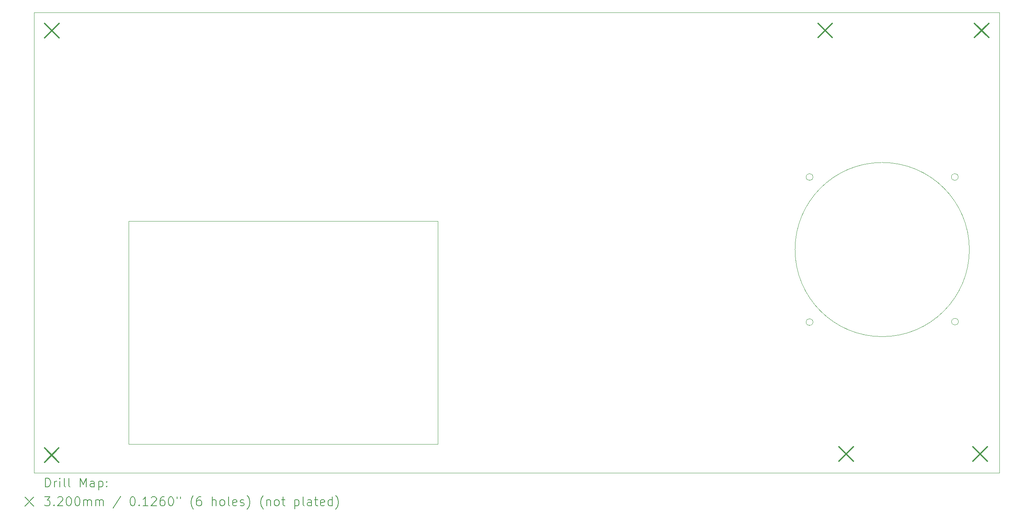
<source format=gbr>
%TF.GenerationSoftware,KiCad,Pcbnew,8.0.8*%
%TF.CreationDate,2025-03-17T17:06:12+00:00*%
%TF.ProjectId,memlnaut_0_1_joystick,6d656d6c-6e61-4757-945f-305f315f6a6f,rev?*%
%TF.SameCoordinates,Original*%
%TF.FileFunction,Drillmap*%
%TF.FilePolarity,Positive*%
%FSLAX45Y45*%
G04 Gerber Fmt 4.5, Leading zero omitted, Abs format (unit mm)*
G04 Created by KiCad (PCBNEW 8.0.8) date 2025-03-17 17:06:12*
%MOMM*%
%LPD*%
G01*
G04 APERTURE LIST*
%ADD10C,0.050000*%
%ADD11C,0.200000*%
%ADD12C,0.320000*%
G04 APERTURE END LIST*
D10*
X5600000Y-4140000D02*
X27203000Y-4140000D01*
X27203000Y-14451000D01*
X5600000Y-14451000D01*
X5600000Y-4140000D01*
X23031217Y-7822000D02*
G75*
G02*
X22878783Y-7822000I-76217J0D01*
G01*
X22878783Y-7822000D02*
G75*
G02*
X23031217Y-7822000I76217J0D01*
G01*
X23031217Y-11072000D02*
G75*
G02*
X22878783Y-11072000I-76217J0D01*
G01*
X22878783Y-11072000D02*
G75*
G02*
X23031217Y-11072000I76217J0D01*
G01*
X26530000Y-9447000D02*
G75*
G02*
X22630000Y-9447000I-1950000J0D01*
G01*
X22630000Y-9447000D02*
G75*
G02*
X26530000Y-9447000I1950000J0D01*
G01*
X26281217Y-7822000D02*
G75*
G02*
X26128783Y-7822000I-76217J0D01*
G01*
X26128783Y-7822000D02*
G75*
G02*
X26281217Y-7822000I76217J0D01*
G01*
X26285217Y-11061783D02*
G75*
G02*
X26132783Y-11061783I-76217J0D01*
G01*
X26132783Y-11061783D02*
G75*
G02*
X26285217Y-11061783I76217J0D01*
G01*
X7720500Y-8806000D02*
X14640500Y-8806000D01*
X14640500Y-13806000D01*
X7720500Y-13806000D01*
X7720500Y-8806000D01*
D11*
D12*
X5838000Y-13894000D02*
X6158000Y-14214000D01*
X6158000Y-13894000D02*
X5838000Y-14214000D01*
X5843000Y-4383000D02*
X6163000Y-4703000D01*
X6163000Y-4383000D02*
X5843000Y-4703000D01*
X23144000Y-4379000D02*
X23464000Y-4699000D01*
X23464000Y-4379000D02*
X23144000Y-4699000D01*
X23616000Y-13865000D02*
X23936000Y-14185000D01*
X23936000Y-13865000D02*
X23616000Y-14185000D01*
X26614000Y-13864000D02*
X26934000Y-14184000D01*
X26934000Y-13864000D02*
X26614000Y-14184000D01*
X26644000Y-4379000D02*
X26964000Y-4699000D01*
X26964000Y-4379000D02*
X26644000Y-4699000D01*
D11*
X5858277Y-14764984D02*
X5858277Y-14564984D01*
X5858277Y-14564984D02*
X5905896Y-14564984D01*
X5905896Y-14564984D02*
X5934467Y-14574508D01*
X5934467Y-14574508D02*
X5953515Y-14593555D01*
X5953515Y-14593555D02*
X5963039Y-14612603D01*
X5963039Y-14612603D02*
X5972562Y-14650698D01*
X5972562Y-14650698D02*
X5972562Y-14679269D01*
X5972562Y-14679269D02*
X5963039Y-14717365D01*
X5963039Y-14717365D02*
X5953515Y-14736412D01*
X5953515Y-14736412D02*
X5934467Y-14755460D01*
X5934467Y-14755460D02*
X5905896Y-14764984D01*
X5905896Y-14764984D02*
X5858277Y-14764984D01*
X6058277Y-14764984D02*
X6058277Y-14631650D01*
X6058277Y-14669746D02*
X6067801Y-14650698D01*
X6067801Y-14650698D02*
X6077324Y-14641174D01*
X6077324Y-14641174D02*
X6096372Y-14631650D01*
X6096372Y-14631650D02*
X6115420Y-14631650D01*
X6182086Y-14764984D02*
X6182086Y-14631650D01*
X6182086Y-14564984D02*
X6172562Y-14574508D01*
X6172562Y-14574508D02*
X6182086Y-14584031D01*
X6182086Y-14584031D02*
X6191610Y-14574508D01*
X6191610Y-14574508D02*
X6182086Y-14564984D01*
X6182086Y-14564984D02*
X6182086Y-14584031D01*
X6305896Y-14764984D02*
X6286848Y-14755460D01*
X6286848Y-14755460D02*
X6277324Y-14736412D01*
X6277324Y-14736412D02*
X6277324Y-14564984D01*
X6410658Y-14764984D02*
X6391610Y-14755460D01*
X6391610Y-14755460D02*
X6382086Y-14736412D01*
X6382086Y-14736412D02*
X6382086Y-14564984D01*
X6639229Y-14764984D02*
X6639229Y-14564984D01*
X6639229Y-14564984D02*
X6705896Y-14707841D01*
X6705896Y-14707841D02*
X6772562Y-14564984D01*
X6772562Y-14564984D02*
X6772562Y-14764984D01*
X6953515Y-14764984D02*
X6953515Y-14660222D01*
X6953515Y-14660222D02*
X6943991Y-14641174D01*
X6943991Y-14641174D02*
X6924943Y-14631650D01*
X6924943Y-14631650D02*
X6886848Y-14631650D01*
X6886848Y-14631650D02*
X6867801Y-14641174D01*
X6953515Y-14755460D02*
X6934467Y-14764984D01*
X6934467Y-14764984D02*
X6886848Y-14764984D01*
X6886848Y-14764984D02*
X6867801Y-14755460D01*
X6867801Y-14755460D02*
X6858277Y-14736412D01*
X6858277Y-14736412D02*
X6858277Y-14717365D01*
X6858277Y-14717365D02*
X6867801Y-14698317D01*
X6867801Y-14698317D02*
X6886848Y-14688793D01*
X6886848Y-14688793D02*
X6934467Y-14688793D01*
X6934467Y-14688793D02*
X6953515Y-14679269D01*
X7048753Y-14631650D02*
X7048753Y-14831650D01*
X7048753Y-14641174D02*
X7067801Y-14631650D01*
X7067801Y-14631650D02*
X7105896Y-14631650D01*
X7105896Y-14631650D02*
X7124943Y-14641174D01*
X7124943Y-14641174D02*
X7134467Y-14650698D01*
X7134467Y-14650698D02*
X7143991Y-14669746D01*
X7143991Y-14669746D02*
X7143991Y-14726888D01*
X7143991Y-14726888D02*
X7134467Y-14745936D01*
X7134467Y-14745936D02*
X7124943Y-14755460D01*
X7124943Y-14755460D02*
X7105896Y-14764984D01*
X7105896Y-14764984D02*
X7067801Y-14764984D01*
X7067801Y-14764984D02*
X7048753Y-14755460D01*
X7229705Y-14745936D02*
X7239229Y-14755460D01*
X7239229Y-14755460D02*
X7229705Y-14764984D01*
X7229705Y-14764984D02*
X7220182Y-14755460D01*
X7220182Y-14755460D02*
X7229705Y-14745936D01*
X7229705Y-14745936D02*
X7229705Y-14764984D01*
X7229705Y-14641174D02*
X7239229Y-14650698D01*
X7239229Y-14650698D02*
X7229705Y-14660222D01*
X7229705Y-14660222D02*
X7220182Y-14650698D01*
X7220182Y-14650698D02*
X7229705Y-14641174D01*
X7229705Y-14641174D02*
X7229705Y-14660222D01*
X5397500Y-14993500D02*
X5597500Y-15193500D01*
X5597500Y-14993500D02*
X5397500Y-15193500D01*
X5839229Y-14984984D02*
X5963039Y-14984984D01*
X5963039Y-14984984D02*
X5896372Y-15061174D01*
X5896372Y-15061174D02*
X5924943Y-15061174D01*
X5924943Y-15061174D02*
X5943991Y-15070698D01*
X5943991Y-15070698D02*
X5953515Y-15080222D01*
X5953515Y-15080222D02*
X5963039Y-15099269D01*
X5963039Y-15099269D02*
X5963039Y-15146888D01*
X5963039Y-15146888D02*
X5953515Y-15165936D01*
X5953515Y-15165936D02*
X5943991Y-15175460D01*
X5943991Y-15175460D02*
X5924943Y-15184984D01*
X5924943Y-15184984D02*
X5867801Y-15184984D01*
X5867801Y-15184984D02*
X5848753Y-15175460D01*
X5848753Y-15175460D02*
X5839229Y-15165936D01*
X6048753Y-15165936D02*
X6058277Y-15175460D01*
X6058277Y-15175460D02*
X6048753Y-15184984D01*
X6048753Y-15184984D02*
X6039229Y-15175460D01*
X6039229Y-15175460D02*
X6048753Y-15165936D01*
X6048753Y-15165936D02*
X6048753Y-15184984D01*
X6134467Y-15004031D02*
X6143991Y-14994508D01*
X6143991Y-14994508D02*
X6163039Y-14984984D01*
X6163039Y-14984984D02*
X6210658Y-14984984D01*
X6210658Y-14984984D02*
X6229705Y-14994508D01*
X6229705Y-14994508D02*
X6239229Y-15004031D01*
X6239229Y-15004031D02*
X6248753Y-15023079D01*
X6248753Y-15023079D02*
X6248753Y-15042127D01*
X6248753Y-15042127D02*
X6239229Y-15070698D01*
X6239229Y-15070698D02*
X6124943Y-15184984D01*
X6124943Y-15184984D02*
X6248753Y-15184984D01*
X6372562Y-14984984D02*
X6391610Y-14984984D01*
X6391610Y-14984984D02*
X6410658Y-14994508D01*
X6410658Y-14994508D02*
X6420182Y-15004031D01*
X6420182Y-15004031D02*
X6429705Y-15023079D01*
X6429705Y-15023079D02*
X6439229Y-15061174D01*
X6439229Y-15061174D02*
X6439229Y-15108793D01*
X6439229Y-15108793D02*
X6429705Y-15146888D01*
X6429705Y-15146888D02*
X6420182Y-15165936D01*
X6420182Y-15165936D02*
X6410658Y-15175460D01*
X6410658Y-15175460D02*
X6391610Y-15184984D01*
X6391610Y-15184984D02*
X6372562Y-15184984D01*
X6372562Y-15184984D02*
X6353515Y-15175460D01*
X6353515Y-15175460D02*
X6343991Y-15165936D01*
X6343991Y-15165936D02*
X6334467Y-15146888D01*
X6334467Y-15146888D02*
X6324943Y-15108793D01*
X6324943Y-15108793D02*
X6324943Y-15061174D01*
X6324943Y-15061174D02*
X6334467Y-15023079D01*
X6334467Y-15023079D02*
X6343991Y-15004031D01*
X6343991Y-15004031D02*
X6353515Y-14994508D01*
X6353515Y-14994508D02*
X6372562Y-14984984D01*
X6563039Y-14984984D02*
X6582086Y-14984984D01*
X6582086Y-14984984D02*
X6601134Y-14994508D01*
X6601134Y-14994508D02*
X6610658Y-15004031D01*
X6610658Y-15004031D02*
X6620182Y-15023079D01*
X6620182Y-15023079D02*
X6629705Y-15061174D01*
X6629705Y-15061174D02*
X6629705Y-15108793D01*
X6629705Y-15108793D02*
X6620182Y-15146888D01*
X6620182Y-15146888D02*
X6610658Y-15165936D01*
X6610658Y-15165936D02*
X6601134Y-15175460D01*
X6601134Y-15175460D02*
X6582086Y-15184984D01*
X6582086Y-15184984D02*
X6563039Y-15184984D01*
X6563039Y-15184984D02*
X6543991Y-15175460D01*
X6543991Y-15175460D02*
X6534467Y-15165936D01*
X6534467Y-15165936D02*
X6524943Y-15146888D01*
X6524943Y-15146888D02*
X6515420Y-15108793D01*
X6515420Y-15108793D02*
X6515420Y-15061174D01*
X6515420Y-15061174D02*
X6524943Y-15023079D01*
X6524943Y-15023079D02*
X6534467Y-15004031D01*
X6534467Y-15004031D02*
X6543991Y-14994508D01*
X6543991Y-14994508D02*
X6563039Y-14984984D01*
X6715420Y-15184984D02*
X6715420Y-15051650D01*
X6715420Y-15070698D02*
X6724943Y-15061174D01*
X6724943Y-15061174D02*
X6743991Y-15051650D01*
X6743991Y-15051650D02*
X6772563Y-15051650D01*
X6772563Y-15051650D02*
X6791610Y-15061174D01*
X6791610Y-15061174D02*
X6801134Y-15080222D01*
X6801134Y-15080222D02*
X6801134Y-15184984D01*
X6801134Y-15080222D02*
X6810658Y-15061174D01*
X6810658Y-15061174D02*
X6829705Y-15051650D01*
X6829705Y-15051650D02*
X6858277Y-15051650D01*
X6858277Y-15051650D02*
X6877324Y-15061174D01*
X6877324Y-15061174D02*
X6886848Y-15080222D01*
X6886848Y-15080222D02*
X6886848Y-15184984D01*
X6982086Y-15184984D02*
X6982086Y-15051650D01*
X6982086Y-15070698D02*
X6991610Y-15061174D01*
X6991610Y-15061174D02*
X7010658Y-15051650D01*
X7010658Y-15051650D02*
X7039229Y-15051650D01*
X7039229Y-15051650D02*
X7058277Y-15061174D01*
X7058277Y-15061174D02*
X7067801Y-15080222D01*
X7067801Y-15080222D02*
X7067801Y-15184984D01*
X7067801Y-15080222D02*
X7077324Y-15061174D01*
X7077324Y-15061174D02*
X7096372Y-15051650D01*
X7096372Y-15051650D02*
X7124943Y-15051650D01*
X7124943Y-15051650D02*
X7143991Y-15061174D01*
X7143991Y-15061174D02*
X7153515Y-15080222D01*
X7153515Y-15080222D02*
X7153515Y-15184984D01*
X7543991Y-14975460D02*
X7372563Y-15232603D01*
X7801134Y-14984984D02*
X7820182Y-14984984D01*
X7820182Y-14984984D02*
X7839229Y-14994508D01*
X7839229Y-14994508D02*
X7848753Y-15004031D01*
X7848753Y-15004031D02*
X7858277Y-15023079D01*
X7858277Y-15023079D02*
X7867801Y-15061174D01*
X7867801Y-15061174D02*
X7867801Y-15108793D01*
X7867801Y-15108793D02*
X7858277Y-15146888D01*
X7858277Y-15146888D02*
X7848753Y-15165936D01*
X7848753Y-15165936D02*
X7839229Y-15175460D01*
X7839229Y-15175460D02*
X7820182Y-15184984D01*
X7820182Y-15184984D02*
X7801134Y-15184984D01*
X7801134Y-15184984D02*
X7782086Y-15175460D01*
X7782086Y-15175460D02*
X7772563Y-15165936D01*
X7772563Y-15165936D02*
X7763039Y-15146888D01*
X7763039Y-15146888D02*
X7753515Y-15108793D01*
X7753515Y-15108793D02*
X7753515Y-15061174D01*
X7753515Y-15061174D02*
X7763039Y-15023079D01*
X7763039Y-15023079D02*
X7772563Y-15004031D01*
X7772563Y-15004031D02*
X7782086Y-14994508D01*
X7782086Y-14994508D02*
X7801134Y-14984984D01*
X7953515Y-15165936D02*
X7963039Y-15175460D01*
X7963039Y-15175460D02*
X7953515Y-15184984D01*
X7953515Y-15184984D02*
X7943991Y-15175460D01*
X7943991Y-15175460D02*
X7953515Y-15165936D01*
X7953515Y-15165936D02*
X7953515Y-15184984D01*
X8153515Y-15184984D02*
X8039229Y-15184984D01*
X8096372Y-15184984D02*
X8096372Y-14984984D01*
X8096372Y-14984984D02*
X8077325Y-15013555D01*
X8077325Y-15013555D02*
X8058277Y-15032603D01*
X8058277Y-15032603D02*
X8039229Y-15042127D01*
X8229706Y-15004031D02*
X8239229Y-14994508D01*
X8239229Y-14994508D02*
X8258277Y-14984984D01*
X8258277Y-14984984D02*
X8305896Y-14984984D01*
X8305896Y-14984984D02*
X8324944Y-14994508D01*
X8324944Y-14994508D02*
X8334467Y-15004031D01*
X8334467Y-15004031D02*
X8343991Y-15023079D01*
X8343991Y-15023079D02*
X8343991Y-15042127D01*
X8343991Y-15042127D02*
X8334467Y-15070698D01*
X8334467Y-15070698D02*
X8220182Y-15184984D01*
X8220182Y-15184984D02*
X8343991Y-15184984D01*
X8515420Y-14984984D02*
X8477325Y-14984984D01*
X8477325Y-14984984D02*
X8458277Y-14994508D01*
X8458277Y-14994508D02*
X8448753Y-15004031D01*
X8448753Y-15004031D02*
X8429706Y-15032603D01*
X8429706Y-15032603D02*
X8420182Y-15070698D01*
X8420182Y-15070698D02*
X8420182Y-15146888D01*
X8420182Y-15146888D02*
X8429706Y-15165936D01*
X8429706Y-15165936D02*
X8439229Y-15175460D01*
X8439229Y-15175460D02*
X8458277Y-15184984D01*
X8458277Y-15184984D02*
X8496372Y-15184984D01*
X8496372Y-15184984D02*
X8515420Y-15175460D01*
X8515420Y-15175460D02*
X8524944Y-15165936D01*
X8524944Y-15165936D02*
X8534468Y-15146888D01*
X8534468Y-15146888D02*
X8534468Y-15099269D01*
X8534468Y-15099269D02*
X8524944Y-15080222D01*
X8524944Y-15080222D02*
X8515420Y-15070698D01*
X8515420Y-15070698D02*
X8496372Y-15061174D01*
X8496372Y-15061174D02*
X8458277Y-15061174D01*
X8458277Y-15061174D02*
X8439229Y-15070698D01*
X8439229Y-15070698D02*
X8429706Y-15080222D01*
X8429706Y-15080222D02*
X8420182Y-15099269D01*
X8658277Y-14984984D02*
X8677325Y-14984984D01*
X8677325Y-14984984D02*
X8696372Y-14994508D01*
X8696372Y-14994508D02*
X8705896Y-15004031D01*
X8705896Y-15004031D02*
X8715420Y-15023079D01*
X8715420Y-15023079D02*
X8724944Y-15061174D01*
X8724944Y-15061174D02*
X8724944Y-15108793D01*
X8724944Y-15108793D02*
X8715420Y-15146888D01*
X8715420Y-15146888D02*
X8705896Y-15165936D01*
X8705896Y-15165936D02*
X8696372Y-15175460D01*
X8696372Y-15175460D02*
X8677325Y-15184984D01*
X8677325Y-15184984D02*
X8658277Y-15184984D01*
X8658277Y-15184984D02*
X8639229Y-15175460D01*
X8639229Y-15175460D02*
X8629706Y-15165936D01*
X8629706Y-15165936D02*
X8620182Y-15146888D01*
X8620182Y-15146888D02*
X8610658Y-15108793D01*
X8610658Y-15108793D02*
X8610658Y-15061174D01*
X8610658Y-15061174D02*
X8620182Y-15023079D01*
X8620182Y-15023079D02*
X8629706Y-15004031D01*
X8629706Y-15004031D02*
X8639229Y-14994508D01*
X8639229Y-14994508D02*
X8658277Y-14984984D01*
X8801134Y-14984984D02*
X8801134Y-15023079D01*
X8877325Y-14984984D02*
X8877325Y-15023079D01*
X9172563Y-15261174D02*
X9163039Y-15251650D01*
X9163039Y-15251650D02*
X9143991Y-15223079D01*
X9143991Y-15223079D02*
X9134468Y-15204031D01*
X9134468Y-15204031D02*
X9124944Y-15175460D01*
X9124944Y-15175460D02*
X9115420Y-15127841D01*
X9115420Y-15127841D02*
X9115420Y-15089746D01*
X9115420Y-15089746D02*
X9124944Y-15042127D01*
X9124944Y-15042127D02*
X9134468Y-15013555D01*
X9134468Y-15013555D02*
X9143991Y-14994508D01*
X9143991Y-14994508D02*
X9163039Y-14965936D01*
X9163039Y-14965936D02*
X9172563Y-14956412D01*
X9334468Y-14984984D02*
X9296372Y-14984984D01*
X9296372Y-14984984D02*
X9277325Y-14994508D01*
X9277325Y-14994508D02*
X9267801Y-15004031D01*
X9267801Y-15004031D02*
X9248753Y-15032603D01*
X9248753Y-15032603D02*
X9239230Y-15070698D01*
X9239230Y-15070698D02*
X9239230Y-15146888D01*
X9239230Y-15146888D02*
X9248753Y-15165936D01*
X9248753Y-15165936D02*
X9258277Y-15175460D01*
X9258277Y-15175460D02*
X9277325Y-15184984D01*
X9277325Y-15184984D02*
X9315420Y-15184984D01*
X9315420Y-15184984D02*
X9334468Y-15175460D01*
X9334468Y-15175460D02*
X9343991Y-15165936D01*
X9343991Y-15165936D02*
X9353515Y-15146888D01*
X9353515Y-15146888D02*
X9353515Y-15099269D01*
X9353515Y-15099269D02*
X9343991Y-15080222D01*
X9343991Y-15080222D02*
X9334468Y-15070698D01*
X9334468Y-15070698D02*
X9315420Y-15061174D01*
X9315420Y-15061174D02*
X9277325Y-15061174D01*
X9277325Y-15061174D02*
X9258277Y-15070698D01*
X9258277Y-15070698D02*
X9248753Y-15080222D01*
X9248753Y-15080222D02*
X9239230Y-15099269D01*
X9591611Y-15184984D02*
X9591611Y-14984984D01*
X9677325Y-15184984D02*
X9677325Y-15080222D01*
X9677325Y-15080222D02*
X9667801Y-15061174D01*
X9667801Y-15061174D02*
X9648753Y-15051650D01*
X9648753Y-15051650D02*
X9620182Y-15051650D01*
X9620182Y-15051650D02*
X9601134Y-15061174D01*
X9601134Y-15061174D02*
X9591611Y-15070698D01*
X9801134Y-15184984D02*
X9782087Y-15175460D01*
X9782087Y-15175460D02*
X9772563Y-15165936D01*
X9772563Y-15165936D02*
X9763039Y-15146888D01*
X9763039Y-15146888D02*
X9763039Y-15089746D01*
X9763039Y-15089746D02*
X9772563Y-15070698D01*
X9772563Y-15070698D02*
X9782087Y-15061174D01*
X9782087Y-15061174D02*
X9801134Y-15051650D01*
X9801134Y-15051650D02*
X9829706Y-15051650D01*
X9829706Y-15051650D02*
X9848753Y-15061174D01*
X9848753Y-15061174D02*
X9858277Y-15070698D01*
X9858277Y-15070698D02*
X9867801Y-15089746D01*
X9867801Y-15089746D02*
X9867801Y-15146888D01*
X9867801Y-15146888D02*
X9858277Y-15165936D01*
X9858277Y-15165936D02*
X9848753Y-15175460D01*
X9848753Y-15175460D02*
X9829706Y-15184984D01*
X9829706Y-15184984D02*
X9801134Y-15184984D01*
X9982087Y-15184984D02*
X9963039Y-15175460D01*
X9963039Y-15175460D02*
X9953515Y-15156412D01*
X9953515Y-15156412D02*
X9953515Y-14984984D01*
X10134468Y-15175460D02*
X10115420Y-15184984D01*
X10115420Y-15184984D02*
X10077325Y-15184984D01*
X10077325Y-15184984D02*
X10058277Y-15175460D01*
X10058277Y-15175460D02*
X10048753Y-15156412D01*
X10048753Y-15156412D02*
X10048753Y-15080222D01*
X10048753Y-15080222D02*
X10058277Y-15061174D01*
X10058277Y-15061174D02*
X10077325Y-15051650D01*
X10077325Y-15051650D02*
X10115420Y-15051650D01*
X10115420Y-15051650D02*
X10134468Y-15061174D01*
X10134468Y-15061174D02*
X10143992Y-15080222D01*
X10143992Y-15080222D02*
X10143992Y-15099269D01*
X10143992Y-15099269D02*
X10048753Y-15118317D01*
X10220182Y-15175460D02*
X10239230Y-15184984D01*
X10239230Y-15184984D02*
X10277325Y-15184984D01*
X10277325Y-15184984D02*
X10296373Y-15175460D01*
X10296373Y-15175460D02*
X10305896Y-15156412D01*
X10305896Y-15156412D02*
X10305896Y-15146888D01*
X10305896Y-15146888D02*
X10296373Y-15127841D01*
X10296373Y-15127841D02*
X10277325Y-15118317D01*
X10277325Y-15118317D02*
X10248753Y-15118317D01*
X10248753Y-15118317D02*
X10229706Y-15108793D01*
X10229706Y-15108793D02*
X10220182Y-15089746D01*
X10220182Y-15089746D02*
X10220182Y-15080222D01*
X10220182Y-15080222D02*
X10229706Y-15061174D01*
X10229706Y-15061174D02*
X10248753Y-15051650D01*
X10248753Y-15051650D02*
X10277325Y-15051650D01*
X10277325Y-15051650D02*
X10296373Y-15061174D01*
X10372563Y-15261174D02*
X10382087Y-15251650D01*
X10382087Y-15251650D02*
X10401134Y-15223079D01*
X10401134Y-15223079D02*
X10410658Y-15204031D01*
X10410658Y-15204031D02*
X10420182Y-15175460D01*
X10420182Y-15175460D02*
X10429706Y-15127841D01*
X10429706Y-15127841D02*
X10429706Y-15089746D01*
X10429706Y-15089746D02*
X10420182Y-15042127D01*
X10420182Y-15042127D02*
X10410658Y-15013555D01*
X10410658Y-15013555D02*
X10401134Y-14994508D01*
X10401134Y-14994508D02*
X10382087Y-14965936D01*
X10382087Y-14965936D02*
X10372563Y-14956412D01*
X10734468Y-15261174D02*
X10724944Y-15251650D01*
X10724944Y-15251650D02*
X10705896Y-15223079D01*
X10705896Y-15223079D02*
X10696373Y-15204031D01*
X10696373Y-15204031D02*
X10686849Y-15175460D01*
X10686849Y-15175460D02*
X10677325Y-15127841D01*
X10677325Y-15127841D02*
X10677325Y-15089746D01*
X10677325Y-15089746D02*
X10686849Y-15042127D01*
X10686849Y-15042127D02*
X10696373Y-15013555D01*
X10696373Y-15013555D02*
X10705896Y-14994508D01*
X10705896Y-14994508D02*
X10724944Y-14965936D01*
X10724944Y-14965936D02*
X10734468Y-14956412D01*
X10810658Y-15051650D02*
X10810658Y-15184984D01*
X10810658Y-15070698D02*
X10820182Y-15061174D01*
X10820182Y-15061174D02*
X10839230Y-15051650D01*
X10839230Y-15051650D02*
X10867801Y-15051650D01*
X10867801Y-15051650D02*
X10886849Y-15061174D01*
X10886849Y-15061174D02*
X10896373Y-15080222D01*
X10896373Y-15080222D02*
X10896373Y-15184984D01*
X11020182Y-15184984D02*
X11001134Y-15175460D01*
X11001134Y-15175460D02*
X10991611Y-15165936D01*
X10991611Y-15165936D02*
X10982087Y-15146888D01*
X10982087Y-15146888D02*
X10982087Y-15089746D01*
X10982087Y-15089746D02*
X10991611Y-15070698D01*
X10991611Y-15070698D02*
X11001134Y-15061174D01*
X11001134Y-15061174D02*
X11020182Y-15051650D01*
X11020182Y-15051650D02*
X11048754Y-15051650D01*
X11048754Y-15051650D02*
X11067801Y-15061174D01*
X11067801Y-15061174D02*
X11077325Y-15070698D01*
X11077325Y-15070698D02*
X11086849Y-15089746D01*
X11086849Y-15089746D02*
X11086849Y-15146888D01*
X11086849Y-15146888D02*
X11077325Y-15165936D01*
X11077325Y-15165936D02*
X11067801Y-15175460D01*
X11067801Y-15175460D02*
X11048754Y-15184984D01*
X11048754Y-15184984D02*
X11020182Y-15184984D01*
X11143992Y-15051650D02*
X11220182Y-15051650D01*
X11172563Y-14984984D02*
X11172563Y-15156412D01*
X11172563Y-15156412D02*
X11182087Y-15175460D01*
X11182087Y-15175460D02*
X11201134Y-15184984D01*
X11201134Y-15184984D02*
X11220182Y-15184984D01*
X11439230Y-15051650D02*
X11439230Y-15251650D01*
X11439230Y-15061174D02*
X11458277Y-15051650D01*
X11458277Y-15051650D02*
X11496373Y-15051650D01*
X11496373Y-15051650D02*
X11515420Y-15061174D01*
X11515420Y-15061174D02*
X11524944Y-15070698D01*
X11524944Y-15070698D02*
X11534468Y-15089746D01*
X11534468Y-15089746D02*
X11534468Y-15146888D01*
X11534468Y-15146888D02*
X11524944Y-15165936D01*
X11524944Y-15165936D02*
X11515420Y-15175460D01*
X11515420Y-15175460D02*
X11496373Y-15184984D01*
X11496373Y-15184984D02*
X11458277Y-15184984D01*
X11458277Y-15184984D02*
X11439230Y-15175460D01*
X11648753Y-15184984D02*
X11629706Y-15175460D01*
X11629706Y-15175460D02*
X11620182Y-15156412D01*
X11620182Y-15156412D02*
X11620182Y-14984984D01*
X11810658Y-15184984D02*
X11810658Y-15080222D01*
X11810658Y-15080222D02*
X11801134Y-15061174D01*
X11801134Y-15061174D02*
X11782087Y-15051650D01*
X11782087Y-15051650D02*
X11743992Y-15051650D01*
X11743992Y-15051650D02*
X11724944Y-15061174D01*
X11810658Y-15175460D02*
X11791611Y-15184984D01*
X11791611Y-15184984D02*
X11743992Y-15184984D01*
X11743992Y-15184984D02*
X11724944Y-15175460D01*
X11724944Y-15175460D02*
X11715420Y-15156412D01*
X11715420Y-15156412D02*
X11715420Y-15137365D01*
X11715420Y-15137365D02*
X11724944Y-15118317D01*
X11724944Y-15118317D02*
X11743992Y-15108793D01*
X11743992Y-15108793D02*
X11791611Y-15108793D01*
X11791611Y-15108793D02*
X11810658Y-15099269D01*
X11877325Y-15051650D02*
X11953515Y-15051650D01*
X11905896Y-14984984D02*
X11905896Y-15156412D01*
X11905896Y-15156412D02*
X11915420Y-15175460D01*
X11915420Y-15175460D02*
X11934468Y-15184984D01*
X11934468Y-15184984D02*
X11953515Y-15184984D01*
X12096373Y-15175460D02*
X12077325Y-15184984D01*
X12077325Y-15184984D02*
X12039230Y-15184984D01*
X12039230Y-15184984D02*
X12020182Y-15175460D01*
X12020182Y-15175460D02*
X12010658Y-15156412D01*
X12010658Y-15156412D02*
X12010658Y-15080222D01*
X12010658Y-15080222D02*
X12020182Y-15061174D01*
X12020182Y-15061174D02*
X12039230Y-15051650D01*
X12039230Y-15051650D02*
X12077325Y-15051650D01*
X12077325Y-15051650D02*
X12096373Y-15061174D01*
X12096373Y-15061174D02*
X12105896Y-15080222D01*
X12105896Y-15080222D02*
X12105896Y-15099269D01*
X12105896Y-15099269D02*
X12010658Y-15118317D01*
X12277325Y-15184984D02*
X12277325Y-14984984D01*
X12277325Y-15175460D02*
X12258277Y-15184984D01*
X12258277Y-15184984D02*
X12220182Y-15184984D01*
X12220182Y-15184984D02*
X12201134Y-15175460D01*
X12201134Y-15175460D02*
X12191611Y-15165936D01*
X12191611Y-15165936D02*
X12182087Y-15146888D01*
X12182087Y-15146888D02*
X12182087Y-15089746D01*
X12182087Y-15089746D02*
X12191611Y-15070698D01*
X12191611Y-15070698D02*
X12201134Y-15061174D01*
X12201134Y-15061174D02*
X12220182Y-15051650D01*
X12220182Y-15051650D02*
X12258277Y-15051650D01*
X12258277Y-15051650D02*
X12277325Y-15061174D01*
X12353515Y-15261174D02*
X12363039Y-15251650D01*
X12363039Y-15251650D02*
X12382087Y-15223079D01*
X12382087Y-15223079D02*
X12391611Y-15204031D01*
X12391611Y-15204031D02*
X12401134Y-15175460D01*
X12401134Y-15175460D02*
X12410658Y-15127841D01*
X12410658Y-15127841D02*
X12410658Y-15089746D01*
X12410658Y-15089746D02*
X12401134Y-15042127D01*
X12401134Y-15042127D02*
X12391611Y-15013555D01*
X12391611Y-15013555D02*
X12382087Y-14994508D01*
X12382087Y-14994508D02*
X12363039Y-14965936D01*
X12363039Y-14965936D02*
X12353515Y-14956412D01*
M02*

</source>
